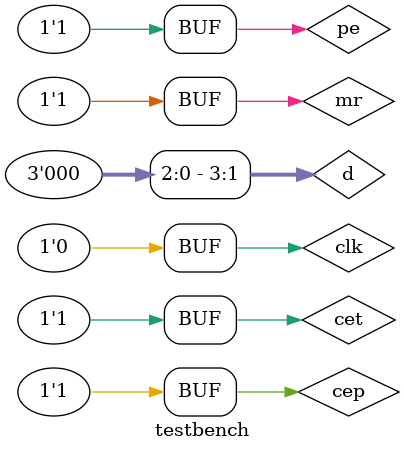
<source format=v>


`timescale 1ns/1ns

module testbench;
    reg mr,clk,cep,cet,pe;
	reg [3:0]d;
	wire [3:0]q;
	wire tc;
	
	HC161 u1(q,tc,mr,clk,cep,cet,pe,d);
	initial
		begin
			mr=1; //????
			#100 mr=0;
			#20 mr=1;
			#200 mr=0;
			#25 mr=1;
		end
    initial
        begin
            clk=0;
            repeat(200)
                #5 clk=~clk;
        end
	initial
		begin
			pe=1;
			#150 pe=0;
			#20 pe=1;
			#200 pe=0;
			#20 pe=1;
			#200 pe=0;
			#20 pe=1;
		end
	initial
		begin
			cep=1;
			#220 cep=0;
			#40 cep=1;
		end
	initial
		begin
			cet=1;
			#300 cet=0;
			#30 cet=1;
		end
	initial
		begin
		d=0;
		repeat(20)
			#40 d=$random;
		end
endmodule


</source>
